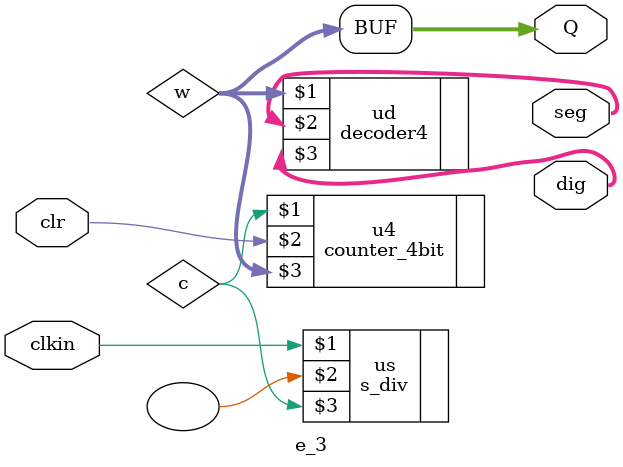
<source format=v>
`timescale 1ns / 1ps



module e_3(
    input clkin,
    input clr,
    output [7:0] seg,
    output [5:0] dig,
    output reg [3:0] Q
    );
    wire [3:0] w;
    wire c;
    s_div us(clkin,,c);
    counter_4bit u4(c,clr,w);
    decoder4 ud(w,seg,dig);
    always@(w)Q=w;
endmodule

</source>
